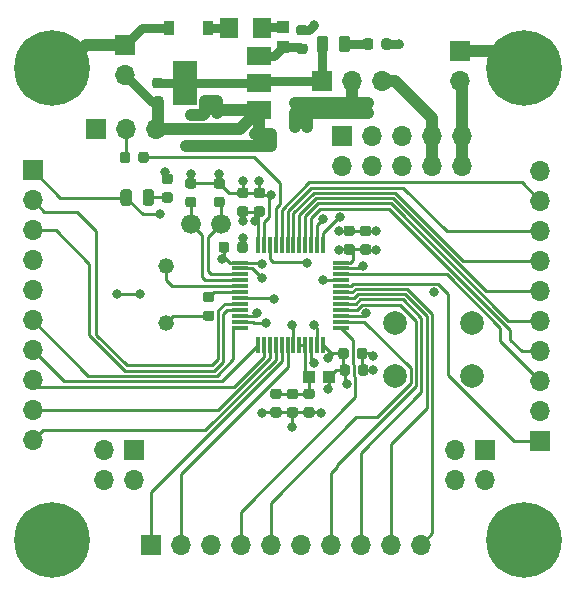
<source format=gbr>
%TF.GenerationSoftware,KiCad,Pcbnew,5.1.10-88a1d61d58~88~ubuntu20.04.1*%
%TF.CreationDate,2021-06-20T20:02:36+02:00*%
%TF.ProjectId,bluePillG,626c7565-5069-46c6-9c47-2e6b69636164,rev?*%
%TF.SameCoordinates,Original*%
%TF.FileFunction,Copper,L1,Top*%
%TF.FilePolarity,Positive*%
%FSLAX46Y46*%
G04 Gerber Fmt 4.6, Leading zero omitted, Abs format (unit mm)*
G04 Created by KiCad (PCBNEW 5.1.10-88a1d61d58~88~ubuntu20.04.1) date 2021-06-20 20:02:36*
%MOMM*%
%LPD*%
G01*
G04 APERTURE LIST*
%TA.AperFunction,SMDPad,CuDef*%
%ADD10R,0.900000X1.200000*%
%TD*%
%TA.AperFunction,ComponentPad*%
%ADD11C,0.800000*%
%TD*%
%TA.AperFunction,ComponentPad*%
%ADD12C,6.400000*%
%TD*%
%TA.AperFunction,ComponentPad*%
%ADD13C,1.320800*%
%TD*%
%TA.AperFunction,ComponentPad*%
%ADD14C,1.676400*%
%TD*%
%TA.AperFunction,SMDPad,CuDef*%
%ADD15R,2.000000X1.500000*%
%TD*%
%TA.AperFunction,SMDPad,CuDef*%
%ADD16R,2.000000X3.800000*%
%TD*%
%TA.AperFunction,ComponentPad*%
%ADD17C,2.000000*%
%TD*%
%TA.AperFunction,ComponentPad*%
%ADD18O,1.700000X1.700000*%
%TD*%
%TA.AperFunction,ComponentPad*%
%ADD19R,1.700000X1.700000*%
%TD*%
%TA.AperFunction,SMDPad,CuDef*%
%ADD20R,0.300000X1.475000*%
%TD*%
%TA.AperFunction,SMDPad,CuDef*%
%ADD21R,1.475000X0.300000*%
%TD*%
%TA.AperFunction,SMDPad,CuDef*%
%ADD22R,1.099820X0.998220*%
%TD*%
%TA.AperFunction,SMDPad,CuDef*%
%ADD23R,0.998220X1.099820*%
%TD*%
%TA.AperFunction,SMDPad,CuDef*%
%ADD24R,1.597660X1.798320*%
%TD*%
%TA.AperFunction,ViaPad*%
%ADD25C,0.800000*%
%TD*%
%TA.AperFunction,Conductor*%
%ADD26C,1.000000*%
%TD*%
%TA.AperFunction,Conductor*%
%ADD27C,0.250000*%
%TD*%
%TA.AperFunction,Conductor*%
%ADD28C,0.762000*%
%TD*%
G04 APERTURE END LIST*
D10*
%TO.P,D1,2*%
%TO.N,VCC*%
X43950000Y-43600000D03*
%TO.P,D1,1*%
%TO.N,Net-(D1-Pad1)*%
X47250000Y-43600000D03*
%TD*%
%TO.P,C7,2*%
%TO.N,GND*%
%TA.AperFunction,SMDPad,CuDef*%
G36*
G01*
X51856250Y-58050000D02*
X51343750Y-58050000D01*
G75*
G02*
X51125000Y-57831250I0J218750D01*
G01*
X51125000Y-57393750D01*
G75*
G02*
X51343750Y-57175000I218750J0D01*
G01*
X51856250Y-57175000D01*
G75*
G02*
X52075000Y-57393750I0J-218750D01*
G01*
X52075000Y-57831250D01*
G75*
G02*
X51856250Y-58050000I-218750J0D01*
G01*
G37*
%TD.AperFunction*%
%TO.P,C7,1*%
%TO.N,+3V3*%
%TA.AperFunction,SMDPad,CuDef*%
G36*
G01*
X51856250Y-59625000D02*
X51343750Y-59625000D01*
G75*
G02*
X51125000Y-59406250I0J218750D01*
G01*
X51125000Y-58968750D01*
G75*
G02*
X51343750Y-58750000I218750J0D01*
G01*
X51856250Y-58750000D01*
G75*
G02*
X52075000Y-58968750I0J-218750D01*
G01*
X52075000Y-59406250D01*
G75*
G02*
X51856250Y-59625000I-218750J0D01*
G01*
G37*
%TD.AperFunction*%
%TD*%
D11*
%TO.P,H4,1*%
%TO.N,GND*%
X75697056Y-85302944D03*
X74000000Y-84600000D03*
X72302944Y-85302944D03*
X71600000Y-87000000D03*
X72302944Y-88697056D03*
X74000000Y-89400000D03*
X75697056Y-88697056D03*
X76400000Y-87000000D03*
D12*
X74000000Y-87000000D03*
%TD*%
D11*
%TO.P,H3,1*%
%TO.N,VCC*%
X75697056Y-45302944D03*
X74000000Y-44600000D03*
X72302944Y-45302944D03*
X71600000Y-47000000D03*
X72302944Y-48697056D03*
X74000000Y-49400000D03*
X75697056Y-48697056D03*
X76400000Y-47000000D03*
D12*
X74000000Y-47000000D03*
%TD*%
D13*
%TO.P,Y2,2*%
%TO.N,Net-(C19-Pad1)*%
X43700000Y-68626000D03*
%TO.P,Y2,1*%
%TO.N,OSC_IN*%
X43700000Y-63800000D03*
%TD*%
D14*
%TO.P,Y1,2*%
%TO.N,OSC32_OUT*%
X45800000Y-60200000D03*
%TO.P,Y1,1*%
%TO.N,OSC32_IN*%
X48340000Y-60200000D03*
%TD*%
D15*
%TO.P,U1,1*%
%TO.N,GND*%
X51600000Y-50600000D03*
%TO.P,U1,3*%
%TO.N,Net-(C13-Pad1)*%
X51600000Y-46000000D03*
%TO.P,U1,2*%
%TO.N,+3.3VP*%
X51600000Y-48300000D03*
D16*
X45300000Y-48300000D03*
%TD*%
D17*
%TO.P,SW1,1*%
%TO.N,NRST*%
X69600000Y-68600000D03*
%TO.P,SW1,2*%
%TO.N,GND*%
X69600000Y-73100000D03*
%TO.P,SW1,1*%
%TO.N,NRST*%
X63100000Y-68600000D03*
%TO.P,SW1,2*%
%TO.N,GND*%
X63100000Y-73100000D03*
%TD*%
%TO.P,R5,2*%
%TO.N,Net-(D3-Pad2)*%
%TA.AperFunction,SMDPad,CuDef*%
G36*
G01*
X43543750Y-57550000D02*
X44056250Y-57550000D01*
G75*
G02*
X44275000Y-57768750I0J-218750D01*
G01*
X44275000Y-58206250D01*
G75*
G02*
X44056250Y-58425000I-218750J0D01*
G01*
X43543750Y-58425000D01*
G75*
G02*
X43325000Y-58206250I0J218750D01*
G01*
X43325000Y-57768750D01*
G75*
G02*
X43543750Y-57550000I218750J0D01*
G01*
G37*
%TD.AperFunction*%
%TO.P,R5,1*%
%TO.N,+3V3*%
%TA.AperFunction,SMDPad,CuDef*%
G36*
G01*
X43543750Y-55975000D02*
X44056250Y-55975000D01*
G75*
G02*
X44275000Y-56193750I0J-218750D01*
G01*
X44275000Y-56631250D01*
G75*
G02*
X44056250Y-56850000I-218750J0D01*
G01*
X43543750Y-56850000D01*
G75*
G02*
X43325000Y-56631250I0J218750D01*
G01*
X43325000Y-56193750D01*
G75*
G02*
X43543750Y-55975000I218750J0D01*
G01*
G37*
%TD.AperFunction*%
%TD*%
%TO.P,R4,2*%
%TO.N,Net-(J2-Pad2)*%
%TA.AperFunction,SMDPad,CuDef*%
G36*
G01*
X40650000Y-54343750D02*
X40650000Y-54856250D01*
G75*
G02*
X40431250Y-55075000I-218750J0D01*
G01*
X39993750Y-55075000D01*
G75*
G02*
X39775000Y-54856250I0J218750D01*
G01*
X39775000Y-54343750D01*
G75*
G02*
X39993750Y-54125000I218750J0D01*
G01*
X40431250Y-54125000D01*
G75*
G02*
X40650000Y-54343750I0J-218750D01*
G01*
G37*
%TD.AperFunction*%
%TO.P,R4,1*%
%TO.N,BOOT0*%
%TA.AperFunction,SMDPad,CuDef*%
G36*
G01*
X42225000Y-54343750D02*
X42225000Y-54856250D01*
G75*
G02*
X42006250Y-55075000I-218750J0D01*
G01*
X41568750Y-55075000D01*
G75*
G02*
X41350000Y-54856250I0J218750D01*
G01*
X41350000Y-54343750D01*
G75*
G02*
X41568750Y-54125000I218750J0D01*
G01*
X42006250Y-54125000D01*
G75*
G02*
X42225000Y-54343750I0J-218750D01*
G01*
G37*
%TD.AperFunction*%
%TD*%
%TO.P,R3,2*%
%TO.N,Net-(C19-Pad1)*%
%TA.AperFunction,SMDPad,CuDef*%
G36*
G01*
X47043750Y-67562500D02*
X47556250Y-67562500D01*
G75*
G02*
X47775000Y-67781250I0J-218750D01*
G01*
X47775000Y-68218750D01*
G75*
G02*
X47556250Y-68437500I-218750J0D01*
G01*
X47043750Y-68437500D01*
G75*
G02*
X46825000Y-68218750I0J218750D01*
G01*
X46825000Y-67781250D01*
G75*
G02*
X47043750Y-67562500I218750J0D01*
G01*
G37*
%TD.AperFunction*%
%TO.P,R3,1*%
%TO.N,OSC_OUT*%
%TA.AperFunction,SMDPad,CuDef*%
G36*
G01*
X47043750Y-65987500D02*
X47556250Y-65987500D01*
G75*
G02*
X47775000Y-66206250I0J-218750D01*
G01*
X47775000Y-66643750D01*
G75*
G02*
X47556250Y-66862500I-218750J0D01*
G01*
X47043750Y-66862500D01*
G75*
G02*
X46825000Y-66643750I0J218750D01*
G01*
X46825000Y-66206250D01*
G75*
G02*
X47043750Y-65987500I218750J0D01*
G01*
G37*
%TD.AperFunction*%
%TD*%
%TO.P,R1,2*%
%TO.N,GND*%
%TA.AperFunction,SMDPad,CuDef*%
G36*
G01*
X61937500Y-45256250D02*
X61937500Y-44743750D01*
G75*
G02*
X62156250Y-44525000I218750J0D01*
G01*
X62593750Y-44525000D01*
G75*
G02*
X62812500Y-44743750I0J-218750D01*
G01*
X62812500Y-45256250D01*
G75*
G02*
X62593750Y-45475000I-218750J0D01*
G01*
X62156250Y-45475000D01*
G75*
G02*
X61937500Y-45256250I0J218750D01*
G01*
G37*
%TD.AperFunction*%
%TO.P,R1,1*%
%TO.N,Net-(D2-Pad1)*%
%TA.AperFunction,SMDPad,CuDef*%
G36*
G01*
X60362500Y-45256250D02*
X60362500Y-44743750D01*
G75*
G02*
X60581250Y-44525000I218750J0D01*
G01*
X61018750Y-44525000D01*
G75*
G02*
X61237500Y-44743750I0J-218750D01*
G01*
X61237500Y-45256250D01*
G75*
G02*
X61018750Y-45475000I-218750J0D01*
G01*
X60581250Y-45475000D01*
G75*
G02*
X60362500Y-45256250I0J218750D01*
G01*
G37*
%TD.AperFunction*%
%TD*%
D18*
%TO.P,J10,4*%
%TO.N,+3V3*%
X38460000Y-81940000D03*
%TO.P,J10,3*%
X41000000Y-81940000D03*
%TO.P,J10,2*%
X38460000Y-79400000D03*
D19*
%TO.P,J10,1*%
X41000000Y-79400000D03*
%TD*%
D18*
%TO.P,J9,4*%
%TO.N,GND*%
X68200000Y-81940000D03*
%TO.P,J9,3*%
X70740000Y-81940000D03*
%TO.P,J9,2*%
X68200000Y-79400000D03*
D19*
%TO.P,J9,1*%
X70740000Y-79400000D03*
%TD*%
D18*
%TO.P,J8,10*%
%TO.N,PB9*%
X75400000Y-55740000D03*
%TO.P,J8,9*%
%TO.N,PB7*%
X75400000Y-58280000D03*
%TO.P,J8,8*%
%TO.N,PB6*%
X75400000Y-60820000D03*
%TO.P,J8,7*%
%TO.N,PB5*%
X75400000Y-63360000D03*
%TO.P,J8,6*%
%TO.N,PB4*%
X75400000Y-65900000D03*
%TO.P,J8,5*%
%TO.N,PB3*%
X75400000Y-68440000D03*
%TO.P,J8,4*%
%TO.N,PA15*%
X75400000Y-70980000D03*
%TO.P,J8,3*%
%TO.N,PA12*%
X75400000Y-73520000D03*
%TO.P,J8,2*%
%TO.N,PA11*%
X75400000Y-76060000D03*
D19*
%TO.P,J8,1*%
%TO.N,PA10*%
X75400000Y-78600000D03*
%TD*%
D18*
%TO.P,J7,10*%
%TO.N,PA9*%
X65260000Y-87400000D03*
%TO.P,J7,9*%
%TO.N,PA8*%
X62720000Y-87400000D03*
%TO.P,J7,8*%
%TO.N,PB15*%
X60180000Y-87400000D03*
%TO.P,J7,7*%
%TO.N,PB14*%
X57640000Y-87400000D03*
%TO.P,J7,6*%
%TO.N,PB13*%
X55100000Y-87400000D03*
%TO.P,J7,5*%
%TO.N,PB12*%
X52560000Y-87400000D03*
%TO.P,J7,4*%
%TO.N,PB11*%
X50020000Y-87400000D03*
%TO.P,J7,3*%
%TO.N,PB10*%
X47480000Y-87400000D03*
%TO.P,J7,2*%
%TO.N,PB2*%
X44940000Y-87400000D03*
D19*
%TO.P,J7,1*%
%TO.N,PB1*%
X42400000Y-87400000D03*
%TD*%
D18*
%TO.P,J6,10*%
%TO.N,PB0*%
X32400000Y-78540000D03*
%TO.P,J6,9*%
%TO.N,PA7*%
X32400000Y-76000000D03*
%TO.P,J6,8*%
%TO.N,PA6*%
X32400000Y-73460000D03*
%TO.P,J6,7*%
%TO.N,PA5*%
X32400000Y-70920000D03*
%TO.P,J6,6*%
%TO.N,PA4*%
X32400000Y-68380000D03*
%TO.P,J6,5*%
%TO.N,PA3*%
X32400000Y-65840000D03*
%TO.P,J6,4*%
%TO.N,PA2*%
X32400000Y-63300000D03*
%TO.P,J6,3*%
%TO.N,PA1*%
X32400000Y-60760000D03*
%TO.P,J6,2*%
%TO.N,PA0*%
X32400000Y-58220000D03*
D19*
%TO.P,J6,1*%
%TO.N,PC13*%
X32400000Y-55680000D03*
%TD*%
D18*
%TO.P,J5,2*%
%TO.N,+5V*%
X68600000Y-48140000D03*
D19*
%TO.P,J5,1*%
%TO.N,VCC*%
X68600000Y-45600000D03*
%TD*%
D18*
%TO.P,J4,2*%
%TO.N,GND*%
X40200000Y-47600000D03*
D19*
%TO.P,J4,1*%
%TO.N,VCC*%
X40200000Y-45060000D03*
%TD*%
D18*
%TO.P,J3,3*%
%TO.N,+3V3S*%
X61980000Y-48100000D03*
%TO.P,J3,2*%
%TO.N,+3V3*%
X59440000Y-48100000D03*
D19*
%TO.P,J3,1*%
%TO.N,+3.3VP*%
X56900000Y-48100000D03*
%TD*%
D18*
%TO.P,J2,3*%
%TO.N,GND*%
X42880000Y-52200000D03*
%TO.P,J2,2*%
%TO.N,Net-(J2-Pad2)*%
X40340000Y-52200000D03*
D19*
%TO.P,J2,1*%
%TO.N,+3V3*%
X37800000Y-52200000D03*
%TD*%
D18*
%TO.P,J1,10*%
%TO.N,+5V*%
X68760000Y-55340000D03*
%TO.P,J1,9*%
X68760000Y-52800000D03*
%TO.P,J1,8*%
%TO.N,+3V3S*%
X66220000Y-55340000D03*
%TO.P,J1,7*%
X66220000Y-52800000D03*
%TO.P,J1,6*%
%TO.N,GND*%
X63680000Y-55340000D03*
%TO.P,J1,5*%
X63680000Y-52800000D03*
%TO.P,J1,4*%
%TO.N,SWDIO*%
X61140000Y-55340000D03*
%TO.P,J1,3*%
%TO.N,SWIW*%
X61140000Y-52800000D03*
%TO.P,J1,2*%
%TO.N,SWCLK*%
X58600000Y-55340000D03*
D19*
%TO.P,J1,1*%
%TO.N,NRST*%
X58600000Y-52800000D03*
%TD*%
D20*
%TO.P,IC1,48*%
%TO.N,+3V3*%
X51488000Y-62012000D03*
%TO.P,IC1,47*%
%TO.N,GND*%
X51988000Y-62012000D03*
%TO.P,IC1,46*%
%TO.N,PB9*%
X52488000Y-62012000D03*
%TO.P,IC1,45*%
%TO.N,BOOT0*%
X52988000Y-62012000D03*
%TO.P,IC1,44*%
%TO.N,PB7*%
X53488000Y-62012000D03*
%TO.P,IC1,43*%
%TO.N,PB6*%
X53988000Y-62012000D03*
%TO.P,IC1,42*%
%TO.N,PB5*%
X54488000Y-62012000D03*
%TO.P,IC1,41*%
%TO.N,PB4*%
X54988000Y-62012000D03*
%TO.P,IC1,40*%
%TO.N,PB3*%
X55488000Y-62012000D03*
%TO.P,IC1,39*%
%TO.N,PA15*%
X55988000Y-62012000D03*
%TO.P,IC1,38*%
%TO.N,SWCLK*%
X56488000Y-62012000D03*
%TO.P,IC1,37*%
%TO.N,SWDIO*%
X56988000Y-62012000D03*
D21*
%TO.P,IC1,36*%
%TO.N,+3V3*%
X58476000Y-63500000D03*
%TO.P,IC1,35*%
%TO.N,GND*%
X58476000Y-64000000D03*
%TO.P,IC1,34*%
%TO.N,PA12*%
X58476000Y-64500000D03*
%TO.P,IC1,33*%
%TO.N,PA11*%
X58476000Y-65000000D03*
%TO.P,IC1,32*%
%TO.N,PA10*%
X58476000Y-65500000D03*
%TO.P,IC1,31*%
%TO.N,PA9*%
X58476000Y-66000000D03*
%TO.P,IC1,30*%
%TO.N,PA8*%
X58476000Y-66500000D03*
%TO.P,IC1,29*%
%TO.N,PB15*%
X58476000Y-67000000D03*
%TO.P,IC1,28*%
%TO.N,PB14*%
X58476000Y-67500000D03*
%TO.P,IC1,27*%
%TO.N,PB13*%
X58476000Y-68000000D03*
%TO.P,IC1,26*%
%TO.N,PB12*%
X58476000Y-68500000D03*
%TO.P,IC1,25*%
%TO.N,PB11*%
X58476000Y-69000000D03*
D20*
%TO.P,IC1,24*%
%TO.N,+3V3*%
X56988000Y-70488000D03*
%TO.P,IC1,23*%
%TO.N,GND*%
X56488000Y-70488000D03*
%TO.P,IC1,22*%
%TO.N,PB10*%
X55988000Y-70488000D03*
%TO.P,IC1,21*%
%TO.N,+3.3VA*%
X55488000Y-70488000D03*
%TO.P,IC1,20*%
X54988000Y-70488000D03*
%TO.P,IC1,19*%
%TO.N,GND*%
X54488000Y-70488000D03*
%TO.P,IC1,18*%
%TO.N,PB2*%
X53988000Y-70488000D03*
%TO.P,IC1,17*%
%TO.N,PB1*%
X53488000Y-70488000D03*
%TO.P,IC1,16*%
%TO.N,PB0*%
X52988000Y-70488000D03*
%TO.P,IC1,15*%
%TO.N,PA7*%
X52488000Y-70488000D03*
%TO.P,IC1,14*%
%TO.N,PA6*%
X51988000Y-70488000D03*
%TO.P,IC1,13*%
%TO.N,PA5*%
X51488000Y-70488000D03*
D21*
%TO.P,IC1,12*%
%TO.N,PA4*%
X50000000Y-69000000D03*
%TO.P,IC1,11*%
%TO.N,PA3*%
X50000000Y-68500000D03*
%TO.P,IC1,10*%
%TO.N,PA2*%
X50000000Y-68000000D03*
%TO.P,IC1,9*%
%TO.N,PA1*%
X50000000Y-67500000D03*
%TO.P,IC1,8*%
%TO.N,PA0*%
X50000000Y-67000000D03*
%TO.P,IC1,7*%
%TO.N,NRST*%
X50000000Y-66500000D03*
%TO.P,IC1,6*%
%TO.N,OSC_OUT*%
X50000000Y-66000000D03*
%TO.P,IC1,5*%
%TO.N,OSC_IN*%
X50000000Y-65500000D03*
%TO.P,IC1,4*%
%TO.N,OSC32_OUT*%
X50000000Y-65000000D03*
%TO.P,IC1,3*%
%TO.N,OSC32_IN*%
X50000000Y-64500000D03*
%TO.P,IC1,2*%
%TO.N,PC13*%
X50000000Y-64000000D03*
%TO.P,IC1,1*%
%TO.N,+3V3*%
X50000000Y-63500000D03*
%TD*%
D11*
%TO.P,H2,1*%
%TO.N,GND*%
X35697056Y-85302944D03*
X34000000Y-84600000D03*
X32302944Y-85302944D03*
X31600000Y-87000000D03*
X32302944Y-88697056D03*
X34000000Y-89400000D03*
X35697056Y-88697056D03*
X36400000Y-87000000D03*
D12*
X34000000Y-87000000D03*
%TD*%
D11*
%TO.P,H1,1*%
%TO.N,VCC*%
X35697056Y-45302944D03*
X34000000Y-44600000D03*
X32302944Y-45302944D03*
X31600000Y-47000000D03*
X32302944Y-48697056D03*
X34000000Y-49400000D03*
X35697056Y-48697056D03*
X36400000Y-47000000D03*
D12*
X34000000Y-47000000D03*
%TD*%
D22*
%TO.P,FB2,2*%
%TO.N,+3V3*%
X57496720Y-73200000D03*
%TO.P,FB2,1*%
%TO.N,+3.3VA*%
X55800000Y-73200000D03*
%TD*%
D23*
%TO.P,FB1,2*%
%TO.N,Net-(F1-Pad1)*%
X53600000Y-43551640D03*
%TO.P,FB1,1*%
%TO.N,Net-(C13-Pad1)*%
X53600000Y-45248360D03*
%TD*%
D24*
%TO.P,F1,2*%
%TO.N,Net-(D1-Pad1)*%
X49000000Y-43600000D03*
%TO.P,F1,1*%
%TO.N,Net-(F1-Pad1)*%
X51799080Y-43600000D03*
%TD*%
%TO.P,D3,2*%
%TO.N,Net-(D3-Pad2)*%
%TA.AperFunction,SMDPad,CuDef*%
G36*
G01*
X41712500Y-58456250D02*
X41712500Y-57543750D01*
G75*
G02*
X41956250Y-57300000I243750J0D01*
G01*
X42443750Y-57300000D01*
G75*
G02*
X42687500Y-57543750I0J-243750D01*
G01*
X42687500Y-58456250D01*
G75*
G02*
X42443750Y-58700000I-243750J0D01*
G01*
X41956250Y-58700000D01*
G75*
G02*
X41712500Y-58456250I0J243750D01*
G01*
G37*
%TD.AperFunction*%
%TO.P,D3,1*%
%TO.N,PC13*%
%TA.AperFunction,SMDPad,CuDef*%
G36*
G01*
X39837500Y-58456250D02*
X39837500Y-57543750D01*
G75*
G02*
X40081250Y-57300000I243750J0D01*
G01*
X40568750Y-57300000D01*
G75*
G02*
X40812500Y-57543750I0J-243750D01*
G01*
X40812500Y-58456250D01*
G75*
G02*
X40568750Y-58700000I-243750J0D01*
G01*
X40081250Y-58700000D01*
G75*
G02*
X39837500Y-58456250I0J243750D01*
G01*
G37*
%TD.AperFunction*%
%TD*%
%TO.P,D2,2*%
%TO.N,+3.3VP*%
%TA.AperFunction,SMDPad,CuDef*%
G36*
G01*
X57412500Y-44543750D02*
X57412500Y-45456250D01*
G75*
G02*
X57168750Y-45700000I-243750J0D01*
G01*
X56681250Y-45700000D01*
G75*
G02*
X56437500Y-45456250I0J243750D01*
G01*
X56437500Y-44543750D01*
G75*
G02*
X56681250Y-44300000I243750J0D01*
G01*
X57168750Y-44300000D01*
G75*
G02*
X57412500Y-44543750I0J-243750D01*
G01*
G37*
%TD.AperFunction*%
%TO.P,D2,1*%
%TO.N,Net-(D2-Pad1)*%
%TA.AperFunction,SMDPad,CuDef*%
G36*
G01*
X59287500Y-44543750D02*
X59287500Y-45456250D01*
G75*
G02*
X59043750Y-45700000I-243750J0D01*
G01*
X58556250Y-45700000D01*
G75*
G02*
X58312500Y-45456250I0J243750D01*
G01*
X58312500Y-44543750D01*
G75*
G02*
X58556250Y-44300000I243750J0D01*
G01*
X59043750Y-44300000D01*
G75*
G02*
X59287500Y-44543750I0J-243750D01*
G01*
G37*
%TD.AperFunction*%
%TD*%
%TO.P,C17,2*%
%TO.N,GND*%
%TA.AperFunction,SMDPad,CuDef*%
G36*
G01*
X46056250Y-57237500D02*
X45543750Y-57237500D01*
G75*
G02*
X45325000Y-57018750I0J218750D01*
G01*
X45325000Y-56581250D01*
G75*
G02*
X45543750Y-56362500I218750J0D01*
G01*
X46056250Y-56362500D01*
G75*
G02*
X46275000Y-56581250I0J-218750D01*
G01*
X46275000Y-57018750D01*
G75*
G02*
X46056250Y-57237500I-218750J0D01*
G01*
G37*
%TD.AperFunction*%
%TO.P,C17,1*%
%TO.N,OSC32_OUT*%
%TA.AperFunction,SMDPad,CuDef*%
G36*
G01*
X46056250Y-58812500D02*
X45543750Y-58812500D01*
G75*
G02*
X45325000Y-58593750I0J218750D01*
G01*
X45325000Y-58156250D01*
G75*
G02*
X45543750Y-57937500I218750J0D01*
G01*
X46056250Y-57937500D01*
G75*
G02*
X46275000Y-58156250I0J-218750D01*
G01*
X46275000Y-58593750D01*
G75*
G02*
X46056250Y-58812500I-218750J0D01*
G01*
G37*
%TD.AperFunction*%
%TD*%
%TO.P,C16,2*%
%TO.N,GND*%
%TA.AperFunction,SMDPad,CuDef*%
G36*
G01*
X48456250Y-57237500D02*
X47943750Y-57237500D01*
G75*
G02*
X47725000Y-57018750I0J218750D01*
G01*
X47725000Y-56581250D01*
G75*
G02*
X47943750Y-56362500I218750J0D01*
G01*
X48456250Y-56362500D01*
G75*
G02*
X48675000Y-56581250I0J-218750D01*
G01*
X48675000Y-57018750D01*
G75*
G02*
X48456250Y-57237500I-218750J0D01*
G01*
G37*
%TD.AperFunction*%
%TO.P,C16,1*%
%TO.N,OSC32_IN*%
%TA.AperFunction,SMDPad,CuDef*%
G36*
G01*
X48456250Y-58812500D02*
X47943750Y-58812500D01*
G75*
G02*
X47725000Y-58593750I0J218750D01*
G01*
X47725000Y-58156250D01*
G75*
G02*
X47943750Y-57937500I218750J0D01*
G01*
X48456250Y-57937500D01*
G75*
G02*
X48675000Y-58156250I0J-218750D01*
G01*
X48675000Y-58593750D01*
G75*
G02*
X48456250Y-58812500I-218750J0D01*
G01*
G37*
%TD.AperFunction*%
%TD*%
%TO.P,C14,2*%
%TO.N,GND*%
%TA.AperFunction,SMDPad,CuDef*%
G36*
G01*
X42743750Y-49437500D02*
X43256250Y-49437500D01*
G75*
G02*
X43475000Y-49656250I0J-218750D01*
G01*
X43475000Y-50093750D01*
G75*
G02*
X43256250Y-50312500I-218750J0D01*
G01*
X42743750Y-50312500D01*
G75*
G02*
X42525000Y-50093750I0J218750D01*
G01*
X42525000Y-49656250D01*
G75*
G02*
X42743750Y-49437500I218750J0D01*
G01*
G37*
%TD.AperFunction*%
%TO.P,C14,1*%
%TO.N,+3.3VP*%
%TA.AperFunction,SMDPad,CuDef*%
G36*
G01*
X42743750Y-47862500D02*
X43256250Y-47862500D01*
G75*
G02*
X43475000Y-48081250I0J-218750D01*
G01*
X43475000Y-48518750D01*
G75*
G02*
X43256250Y-48737500I-218750J0D01*
G01*
X42743750Y-48737500D01*
G75*
G02*
X42525000Y-48518750I0J218750D01*
G01*
X42525000Y-48081250D01*
G75*
G02*
X42743750Y-47862500I218750J0D01*
G01*
G37*
%TD.AperFunction*%
%TD*%
%TO.P,C13,2*%
%TO.N,GND*%
%TA.AperFunction,SMDPad,CuDef*%
G36*
G01*
X55456250Y-44262500D02*
X54943750Y-44262500D01*
G75*
G02*
X54725000Y-44043750I0J218750D01*
G01*
X54725000Y-43606250D01*
G75*
G02*
X54943750Y-43387500I218750J0D01*
G01*
X55456250Y-43387500D01*
G75*
G02*
X55675000Y-43606250I0J-218750D01*
G01*
X55675000Y-44043750D01*
G75*
G02*
X55456250Y-44262500I-218750J0D01*
G01*
G37*
%TD.AperFunction*%
%TO.P,C13,1*%
%TO.N,Net-(C13-Pad1)*%
%TA.AperFunction,SMDPad,CuDef*%
G36*
G01*
X55456250Y-45837500D02*
X54943750Y-45837500D01*
G75*
G02*
X54725000Y-45618750I0J218750D01*
G01*
X54725000Y-45181250D01*
G75*
G02*
X54943750Y-44962500I218750J0D01*
G01*
X55456250Y-44962500D01*
G75*
G02*
X55675000Y-45181250I0J-218750D01*
G01*
X55675000Y-45618750D01*
G75*
G02*
X55456250Y-45837500I-218750J0D01*
G01*
G37*
%TD.AperFunction*%
%TD*%
%TO.P,C12,2*%
%TO.N,GND*%
%TA.AperFunction,SMDPad,CuDef*%
G36*
G01*
X59456250Y-61250000D02*
X58943750Y-61250000D01*
G75*
G02*
X58725000Y-61031250I0J218750D01*
G01*
X58725000Y-60593750D01*
G75*
G02*
X58943750Y-60375000I218750J0D01*
G01*
X59456250Y-60375000D01*
G75*
G02*
X59675000Y-60593750I0J-218750D01*
G01*
X59675000Y-61031250D01*
G75*
G02*
X59456250Y-61250000I-218750J0D01*
G01*
G37*
%TD.AperFunction*%
%TO.P,C12,1*%
%TO.N,+3V3*%
%TA.AperFunction,SMDPad,CuDef*%
G36*
G01*
X59456250Y-62825000D02*
X58943750Y-62825000D01*
G75*
G02*
X58725000Y-62606250I0J218750D01*
G01*
X58725000Y-62168750D01*
G75*
G02*
X58943750Y-61950000I218750J0D01*
G01*
X59456250Y-61950000D01*
G75*
G02*
X59675000Y-62168750I0J-218750D01*
G01*
X59675000Y-62606250D01*
G75*
G02*
X59456250Y-62825000I-218750J0D01*
G01*
G37*
%TD.AperFunction*%
%TD*%
%TO.P,C11,2*%
%TO.N,GND*%
%TA.AperFunction,SMDPad,CuDef*%
G36*
G01*
X60856250Y-61262500D02*
X60343750Y-61262500D01*
G75*
G02*
X60125000Y-61043750I0J218750D01*
G01*
X60125000Y-60606250D01*
G75*
G02*
X60343750Y-60387500I218750J0D01*
G01*
X60856250Y-60387500D01*
G75*
G02*
X61075000Y-60606250I0J-218750D01*
G01*
X61075000Y-61043750D01*
G75*
G02*
X60856250Y-61262500I-218750J0D01*
G01*
G37*
%TD.AperFunction*%
%TO.P,C11,1*%
%TO.N,+3V3*%
%TA.AperFunction,SMDPad,CuDef*%
G36*
G01*
X60856250Y-62837500D02*
X60343750Y-62837500D01*
G75*
G02*
X60125000Y-62618750I0J218750D01*
G01*
X60125000Y-62181250D01*
G75*
G02*
X60343750Y-61962500I218750J0D01*
G01*
X60856250Y-61962500D01*
G75*
G02*
X61075000Y-62181250I0J-218750D01*
G01*
X61075000Y-62618750D01*
G75*
G02*
X60856250Y-62837500I-218750J0D01*
G01*
G37*
%TD.AperFunction*%
%TD*%
%TO.P,C10,2*%
%TO.N,GND*%
%TA.AperFunction,SMDPad,CuDef*%
G36*
G01*
X59850000Y-71456250D02*
X59850000Y-70943750D01*
G75*
G02*
X60068750Y-70725000I218750J0D01*
G01*
X60506250Y-70725000D01*
G75*
G02*
X60725000Y-70943750I0J-218750D01*
G01*
X60725000Y-71456250D01*
G75*
G02*
X60506250Y-71675000I-218750J0D01*
G01*
X60068750Y-71675000D01*
G75*
G02*
X59850000Y-71456250I0J218750D01*
G01*
G37*
%TD.AperFunction*%
%TO.P,C10,1*%
%TO.N,+3V3*%
%TA.AperFunction,SMDPad,CuDef*%
G36*
G01*
X58275000Y-71456250D02*
X58275000Y-70943750D01*
G75*
G02*
X58493750Y-70725000I218750J0D01*
G01*
X58931250Y-70725000D01*
G75*
G02*
X59150000Y-70943750I0J-218750D01*
G01*
X59150000Y-71456250D01*
G75*
G02*
X58931250Y-71675000I-218750J0D01*
G01*
X58493750Y-71675000D01*
G75*
G02*
X58275000Y-71456250I0J218750D01*
G01*
G37*
%TD.AperFunction*%
%TD*%
%TO.P,C9,2*%
%TO.N,GND*%
%TA.AperFunction,SMDPad,CuDef*%
G36*
G01*
X59962500Y-72856250D02*
X59962500Y-72343750D01*
G75*
G02*
X60181250Y-72125000I218750J0D01*
G01*
X60618750Y-72125000D01*
G75*
G02*
X60837500Y-72343750I0J-218750D01*
G01*
X60837500Y-72856250D01*
G75*
G02*
X60618750Y-73075000I-218750J0D01*
G01*
X60181250Y-73075000D01*
G75*
G02*
X59962500Y-72856250I0J218750D01*
G01*
G37*
%TD.AperFunction*%
%TO.P,C9,1*%
%TO.N,+3V3*%
%TA.AperFunction,SMDPad,CuDef*%
G36*
G01*
X58387500Y-72856250D02*
X58387500Y-72343750D01*
G75*
G02*
X58606250Y-72125000I218750J0D01*
G01*
X59043750Y-72125000D01*
G75*
G02*
X59262500Y-72343750I0J-218750D01*
G01*
X59262500Y-72856250D01*
G75*
G02*
X59043750Y-73075000I-218750J0D01*
G01*
X58606250Y-73075000D01*
G75*
G02*
X58387500Y-72856250I0J218750D01*
G01*
G37*
%TD.AperFunction*%
%TD*%
%TO.P,C8,2*%
%TO.N,GND*%
%TA.AperFunction,SMDPad,CuDef*%
G36*
G01*
X50456250Y-58037500D02*
X49943750Y-58037500D01*
G75*
G02*
X49725000Y-57818750I0J218750D01*
G01*
X49725000Y-57381250D01*
G75*
G02*
X49943750Y-57162500I218750J0D01*
G01*
X50456250Y-57162500D01*
G75*
G02*
X50675000Y-57381250I0J-218750D01*
G01*
X50675000Y-57818750D01*
G75*
G02*
X50456250Y-58037500I-218750J0D01*
G01*
G37*
%TD.AperFunction*%
%TO.P,C8,1*%
%TO.N,+3V3*%
%TA.AperFunction,SMDPad,CuDef*%
G36*
G01*
X50456250Y-59612500D02*
X49943750Y-59612500D01*
G75*
G02*
X49725000Y-59393750I0J218750D01*
G01*
X49725000Y-58956250D01*
G75*
G02*
X49943750Y-58737500I218750J0D01*
G01*
X50456250Y-58737500D01*
G75*
G02*
X50675000Y-58956250I0J-218750D01*
G01*
X50675000Y-59393750D01*
G75*
G02*
X50456250Y-59612500I-218750J0D01*
G01*
G37*
%TD.AperFunction*%
%TD*%
%TO.P,C6,2*%
%TO.N,GND*%
%TA.AperFunction,SMDPad,CuDef*%
G36*
G01*
X49737500Y-62456250D02*
X49737500Y-61943750D01*
G75*
G02*
X49956250Y-61725000I218750J0D01*
G01*
X50393750Y-61725000D01*
G75*
G02*
X50612500Y-61943750I0J-218750D01*
G01*
X50612500Y-62456250D01*
G75*
G02*
X50393750Y-62675000I-218750J0D01*
G01*
X49956250Y-62675000D01*
G75*
G02*
X49737500Y-62456250I0J218750D01*
G01*
G37*
%TD.AperFunction*%
%TO.P,C6,1*%
%TO.N,+3V3*%
%TA.AperFunction,SMDPad,CuDef*%
G36*
G01*
X48162500Y-62456250D02*
X48162500Y-61943750D01*
G75*
G02*
X48381250Y-61725000I218750J0D01*
G01*
X48818750Y-61725000D01*
G75*
G02*
X49037500Y-61943750I0J-218750D01*
G01*
X49037500Y-62456250D01*
G75*
G02*
X48818750Y-62675000I-218750J0D01*
G01*
X48381250Y-62675000D01*
G75*
G02*
X48162500Y-62456250I0J218750D01*
G01*
G37*
%TD.AperFunction*%
%TD*%
%TO.P,C4,2*%
%TO.N,GND*%
%TA.AperFunction,SMDPad,CuDef*%
G36*
G01*
X55543750Y-75750000D02*
X56056250Y-75750000D01*
G75*
G02*
X56275000Y-75968750I0J-218750D01*
G01*
X56275000Y-76406250D01*
G75*
G02*
X56056250Y-76625000I-218750J0D01*
G01*
X55543750Y-76625000D01*
G75*
G02*
X55325000Y-76406250I0J218750D01*
G01*
X55325000Y-75968750D01*
G75*
G02*
X55543750Y-75750000I218750J0D01*
G01*
G37*
%TD.AperFunction*%
%TO.P,C4,1*%
%TO.N,+3.3VA*%
%TA.AperFunction,SMDPad,CuDef*%
G36*
G01*
X55543750Y-74175000D02*
X56056250Y-74175000D01*
G75*
G02*
X56275000Y-74393750I0J-218750D01*
G01*
X56275000Y-74831250D01*
G75*
G02*
X56056250Y-75050000I-218750J0D01*
G01*
X55543750Y-75050000D01*
G75*
G02*
X55325000Y-74831250I0J218750D01*
G01*
X55325000Y-74393750D01*
G75*
G02*
X55543750Y-74175000I218750J0D01*
G01*
G37*
%TD.AperFunction*%
%TD*%
%TO.P,C3,2*%
%TO.N,GND*%
%TA.AperFunction,SMDPad,CuDef*%
G36*
G01*
X54143750Y-75750000D02*
X54656250Y-75750000D01*
G75*
G02*
X54875000Y-75968750I0J-218750D01*
G01*
X54875000Y-76406250D01*
G75*
G02*
X54656250Y-76625000I-218750J0D01*
G01*
X54143750Y-76625000D01*
G75*
G02*
X53925000Y-76406250I0J218750D01*
G01*
X53925000Y-75968750D01*
G75*
G02*
X54143750Y-75750000I218750J0D01*
G01*
G37*
%TD.AperFunction*%
%TO.P,C3,1*%
%TO.N,+3.3VA*%
%TA.AperFunction,SMDPad,CuDef*%
G36*
G01*
X54143750Y-74175000D02*
X54656250Y-74175000D01*
G75*
G02*
X54875000Y-74393750I0J-218750D01*
G01*
X54875000Y-74831250D01*
G75*
G02*
X54656250Y-75050000I-218750J0D01*
G01*
X54143750Y-75050000D01*
G75*
G02*
X53925000Y-74831250I0J218750D01*
G01*
X53925000Y-74393750D01*
G75*
G02*
X54143750Y-74175000I218750J0D01*
G01*
G37*
%TD.AperFunction*%
%TD*%
%TO.P,C1,2*%
%TO.N,GND*%
%TA.AperFunction,SMDPad,CuDef*%
G36*
G01*
X52743750Y-75750000D02*
X53256250Y-75750000D01*
G75*
G02*
X53475000Y-75968750I0J-218750D01*
G01*
X53475000Y-76406250D01*
G75*
G02*
X53256250Y-76625000I-218750J0D01*
G01*
X52743750Y-76625000D01*
G75*
G02*
X52525000Y-76406250I0J218750D01*
G01*
X52525000Y-75968750D01*
G75*
G02*
X52743750Y-75750000I218750J0D01*
G01*
G37*
%TD.AperFunction*%
%TO.P,C1,1*%
%TO.N,+3.3VA*%
%TA.AperFunction,SMDPad,CuDef*%
G36*
G01*
X52743750Y-74175000D02*
X53256250Y-74175000D01*
G75*
G02*
X53475000Y-74393750I0J-218750D01*
G01*
X53475000Y-74831250D01*
G75*
G02*
X53256250Y-75050000I-218750J0D01*
G01*
X52743750Y-75050000D01*
G75*
G02*
X52525000Y-74831250I0J218750D01*
G01*
X52525000Y-74393750D01*
G75*
G02*
X52743750Y-74175000I218750J0D01*
G01*
G37*
%TD.AperFunction*%
%TD*%
D25*
%TO.N,+3V3*%
X48400000Y-63200000D03*
X50200000Y-60000000D03*
X51200000Y-60000000D03*
X66400000Y-66000000D03*
X59000000Y-73800000D03*
X57400000Y-71600000D03*
X57400000Y-74200000D03*
X59400000Y-50000000D03*
X58200000Y-50000000D03*
X57000000Y-50000000D03*
X55600000Y-50000000D03*
X60800000Y-50000000D03*
X60800000Y-50800000D03*
X59400000Y-50800000D03*
X58200000Y-50800000D03*
X57000000Y-50800000D03*
X55600000Y-50800000D03*
X54600000Y-50800000D03*
X54600000Y-50000000D03*
X54600000Y-52000000D03*
X55600000Y-52000000D03*
X43600000Y-55800000D03*
X51812500Y-63600000D03*
X61500000Y-62400000D03*
X58300000Y-62400000D03*
%TO.N,GND*%
X50200000Y-61400000D03*
X48200000Y-56000000D03*
X45800000Y-56000000D03*
X50200000Y-56600000D03*
X51600000Y-56600000D03*
X52600000Y-57800000D03*
X56200000Y-68800000D03*
X54400000Y-68800000D03*
X61200000Y-71400000D03*
X61200000Y-72600000D03*
X56800000Y-76200000D03*
X54400000Y-77400000D03*
X51800000Y-76200000D03*
X58300000Y-60800000D03*
X61500000Y-60800000D03*
X56200000Y-43400000D03*
X63400000Y-45000000D03*
X50000000Y-50600000D03*
X49200000Y-50600000D03*
X48200000Y-52200000D03*
X51600000Y-52600000D03*
X51600000Y-53600000D03*
X50600000Y-53600000D03*
X49400000Y-53600000D03*
X48200000Y-53600000D03*
X46800000Y-53600000D03*
X45400000Y-53600000D03*
X48000000Y-50800000D03*
X45800000Y-51000000D03*
X52600000Y-52600000D03*
X52600000Y-53600000D03*
X47000000Y-50800000D03*
X48000000Y-49800000D03*
X47000000Y-49800000D03*
X60400000Y-63775000D03*
X41500000Y-66200000D03*
X39550000Y-66200000D03*
%TO.N,NRST*%
X52800000Y-66600000D03*
%TO.N,PC13*%
X51800000Y-64800000D03*
X43200000Y-59400000D03*
%TO.N,PB9*%
X55650000Y-63575000D03*
%TO.N,SWCLK*%
X57000000Y-59775000D03*
%TO.N,SWDIO*%
X58450000Y-59675000D03*
%TO.N,PA11*%
X57000000Y-65000000D03*
%TO.N,PB13*%
X60655185Y-67801488D03*
%TO.N,PB10*%
X56213000Y-72000000D03*
%TO.N,PA3*%
X52200000Y-68600000D03*
%TO.N,PA2*%
X51400000Y-67800000D03*
%TD*%
D26*
%TO.N,+5V*%
X68760000Y-55340000D02*
X68760000Y-52800000D01*
X68760000Y-48300000D02*
X68600000Y-48140000D01*
X68760000Y-52800000D02*
X68760000Y-48300000D01*
D27*
%TO.N,+3V3*%
X50000000Y-63500000D02*
X49100000Y-63500000D01*
X48600000Y-63000000D02*
X48600000Y-62200000D01*
X49100000Y-63500000D02*
X48600000Y-63000000D01*
X48600000Y-63000000D02*
X48400000Y-63200000D01*
X51488000Y-59299500D02*
X51600000Y-59187500D01*
X50212500Y-59187500D02*
X50200000Y-59175000D01*
X51600000Y-59187500D02*
X50212500Y-59187500D01*
X50200000Y-59175000D02*
X50200000Y-60000000D01*
X51288000Y-60088000D02*
X51200000Y-60000000D01*
X51488000Y-60088000D02*
X51288000Y-60088000D01*
X51488000Y-62012000D02*
X51488000Y-60088000D01*
X51488000Y-60088000D02*
X51488000Y-59299500D01*
X58712500Y-72487500D02*
X58825000Y-72600000D01*
X58712500Y-71200000D02*
X58712500Y-72487500D01*
X57700000Y-71200000D02*
X56988000Y-70488000D01*
X58712500Y-71200000D02*
X57700000Y-71200000D01*
X58096720Y-72600000D02*
X57496720Y-73200000D01*
X58825000Y-72600000D02*
X58096720Y-72600000D01*
X60587500Y-62387500D02*
X60600000Y-62400000D01*
X59200000Y-62387500D02*
X60587500Y-62387500D01*
X58476000Y-63500000D02*
X59300000Y-63500000D01*
X59300000Y-63500000D02*
X59500000Y-63300000D01*
X59500000Y-62687500D02*
X59200000Y-62387500D01*
X59500000Y-63300000D02*
X59500000Y-62687500D01*
X58825000Y-73625000D02*
X59000000Y-73800000D01*
X58825000Y-72600000D02*
X58825000Y-73625000D01*
X57800000Y-71200000D02*
X57400000Y-71600000D01*
X58712500Y-71200000D02*
X57800000Y-71200000D01*
X57496720Y-74103280D02*
X57400000Y-74200000D01*
X57496720Y-73200000D02*
X57496720Y-74103280D01*
D28*
X59400000Y-50000000D02*
X58200000Y-50000000D01*
X58200000Y-50000000D02*
X57000000Y-50000000D01*
X57000000Y-50000000D02*
X55600000Y-50000000D01*
X59400000Y-50000000D02*
X60800000Y-50000000D01*
X60800000Y-50800000D02*
X59400000Y-50800000D01*
X58200000Y-50800000D02*
X57000000Y-50800000D01*
X55600000Y-50800000D02*
X54600000Y-50800000D01*
X54600000Y-50000000D02*
X55600000Y-50000000D01*
X57000000Y-50800000D02*
X55600000Y-50800000D01*
X59400000Y-50800000D02*
X58800000Y-50800000D01*
X58800000Y-50800000D02*
X58200000Y-50800000D01*
D26*
X54600000Y-50800000D02*
X60800000Y-50800000D01*
X60800000Y-50000000D02*
X54600000Y-50000000D01*
X59440000Y-49960000D02*
X59400000Y-50000000D01*
X59440000Y-48100000D02*
X59440000Y-49960000D01*
X54600000Y-50800000D02*
X54600000Y-52000000D01*
X55600000Y-50800000D02*
X55600000Y-52000000D01*
D27*
X43800000Y-56000000D02*
X43600000Y-55800000D01*
X43800000Y-56412500D02*
X43800000Y-56000000D01*
X51712500Y-63500000D02*
X51812500Y-63600000D01*
X50000000Y-63500000D02*
X51712500Y-63500000D01*
X60600000Y-62400000D02*
X61500000Y-62400000D01*
X58312500Y-62387500D02*
X58300000Y-62400000D01*
X59200000Y-62387500D02*
X58312500Y-62387500D01*
%TO.N,+3.3VA*%
X54988000Y-70488000D02*
X55488000Y-70488000D01*
X55488000Y-72888000D02*
X55800000Y-73200000D01*
X55488000Y-70488000D02*
X55488000Y-72888000D01*
X55800000Y-74612500D02*
X53000000Y-74612500D01*
X55800000Y-74612500D02*
X55800000Y-73200000D01*
D28*
%TO.N,Net-(D1-Pad1)*%
X49000000Y-43600000D02*
X47250000Y-43600000D01*
%TO.N,Net-(D2-Pad1)*%
X60800000Y-45000000D02*
X58800000Y-45000000D01*
D27*
%TO.N,GND*%
X48200000Y-56800000D02*
X45800000Y-56800000D01*
X50175000Y-61425000D02*
X50200000Y-61400000D01*
X50175000Y-62200000D02*
X50175000Y-61425000D01*
X48200000Y-56800000D02*
X48200000Y-56000000D01*
X45800000Y-56800000D02*
X45800000Y-56000000D01*
X50212500Y-57612500D02*
X50200000Y-57600000D01*
X51600000Y-57612500D02*
X50212500Y-57612500D01*
X49000000Y-57600000D02*
X48200000Y-56800000D01*
X50200000Y-57600000D02*
X49000000Y-57600000D01*
X50200000Y-57600000D02*
X50200000Y-56600000D01*
X51600000Y-57612500D02*
X51600000Y-56600000D01*
X51988000Y-60043494D02*
X52400000Y-59631494D01*
X51988000Y-62012000D02*
X51988000Y-60043494D01*
X52400000Y-59631494D02*
X52400000Y-57800000D01*
X51787500Y-57800000D02*
X51600000Y-57612500D01*
X52400000Y-57800000D02*
X51787500Y-57800000D01*
X52400000Y-57800000D02*
X52600000Y-57800000D01*
X56488000Y-69088000D02*
X56200000Y-68800000D01*
X56488000Y-70488000D02*
X56488000Y-69088000D01*
X54488000Y-68888000D02*
X54400000Y-68800000D01*
X54488000Y-70488000D02*
X54488000Y-68888000D01*
X60287500Y-72487500D02*
X60400000Y-72600000D01*
X60287500Y-71200000D02*
X60287500Y-72487500D01*
X61000000Y-71200000D02*
X61200000Y-71400000D01*
X60287500Y-71200000D02*
X61000000Y-71200000D01*
X60400000Y-72600000D02*
X61200000Y-72600000D01*
X55800000Y-76187500D02*
X54400000Y-76187500D01*
X54400000Y-76187500D02*
X53000000Y-76187500D01*
X56787500Y-76187500D02*
X56800000Y-76200000D01*
X55800000Y-76187500D02*
X56787500Y-76187500D01*
X54400000Y-76187500D02*
X54400000Y-77400000D01*
X51812500Y-76187500D02*
X51800000Y-76200000D01*
X53000000Y-76187500D02*
X51812500Y-76187500D01*
X59212500Y-60825000D02*
X59200000Y-60812500D01*
X60600000Y-60825000D02*
X59212500Y-60825000D01*
X58312500Y-60812500D02*
X58300000Y-60800000D01*
X59200000Y-60812500D02*
X58312500Y-60812500D01*
D28*
X42475000Y-49875000D02*
X43000000Y-49875000D01*
X40200000Y-47600000D02*
X42475000Y-49875000D01*
X52187500Y-50600000D02*
X51600000Y-50600000D01*
X55775000Y-43825000D02*
X56200000Y-43400000D01*
X55200000Y-43825000D02*
X55775000Y-43825000D01*
X62375000Y-45000000D02*
X63400000Y-45000000D01*
D26*
X50000000Y-52200000D02*
X48200000Y-52200000D01*
X51600000Y-50600000D02*
X50000000Y-52200000D01*
X43000000Y-52080000D02*
X42880000Y-52200000D01*
X43000000Y-49875000D02*
X43000000Y-52080000D01*
X51600000Y-50600000D02*
X50000000Y-50600000D01*
X48200000Y-52200000D02*
X42880000Y-52200000D01*
X50000000Y-50600000D02*
X49200000Y-50600000D01*
X48200000Y-50600000D02*
X48000000Y-50800000D01*
X49200000Y-50600000D02*
X48200000Y-50600000D01*
X48000000Y-50800000D02*
X48000000Y-49800000D01*
X48000000Y-49800000D02*
X47000000Y-49800000D01*
X47000000Y-49800000D02*
X47000000Y-50800000D01*
X46800000Y-51000000D02*
X45800000Y-51000000D01*
X47000000Y-50800000D02*
X46800000Y-51000000D01*
X52600000Y-52600000D02*
X51200000Y-52600000D01*
X51600000Y-52200000D02*
X51600000Y-50600000D01*
X51200000Y-52600000D02*
X51600000Y-52200000D01*
X52600000Y-52600000D02*
X52600000Y-53600000D01*
X52600000Y-53600000D02*
X45400000Y-53600000D01*
D27*
X60625000Y-60800000D02*
X60600000Y-60825000D01*
X61500000Y-60800000D02*
X60625000Y-60800000D01*
X60175000Y-64000000D02*
X60400000Y-63775000D01*
X58476000Y-64000000D02*
X60175000Y-64000000D01*
X41500000Y-66200000D02*
X39550000Y-66200000D01*
D28*
%TO.N,Net-(C13-Pad1)*%
X52848360Y-46000000D02*
X53600000Y-45248360D01*
X51600000Y-46000000D02*
X52848360Y-46000000D01*
X55048360Y-45248360D02*
X55200000Y-45400000D01*
X53600000Y-45248360D02*
X55048360Y-45248360D01*
%TO.N,+3.3VP*%
X45300000Y-48300000D02*
X43000000Y-48300000D01*
X51600000Y-48300000D02*
X45300000Y-48300000D01*
X51800000Y-48100000D02*
X51600000Y-48300000D01*
X56900000Y-48100000D02*
X51800000Y-48100000D01*
X56925000Y-48075000D02*
X56900000Y-48100000D01*
X56925000Y-45000000D02*
X56925000Y-48075000D01*
D27*
%TO.N,NRST*%
X52700000Y-66500000D02*
X50000000Y-66500000D01*
X52800000Y-66600000D02*
X52700000Y-66500000D01*
X63100000Y-68600000D02*
X63000000Y-68500000D01*
%TO.N,OSC32_IN*%
X48340000Y-58515000D02*
X48200000Y-58375000D01*
X48340000Y-60200000D02*
X48340000Y-58515000D01*
X47210010Y-64210010D02*
X47210010Y-61329990D01*
X47210010Y-61329990D02*
X48340000Y-60200000D01*
X47500000Y-64500000D02*
X47210010Y-64210010D01*
X50000000Y-64500000D02*
X47500000Y-64500000D01*
%TO.N,OSC32_OUT*%
X45800000Y-60200000D02*
X45800000Y-58375000D01*
X46760000Y-61160000D02*
X45800000Y-60200000D01*
X46760000Y-64760000D02*
X46760000Y-61160000D01*
X47000000Y-65000000D02*
X46760000Y-64760000D01*
X50000000Y-65000000D02*
X47000000Y-65000000D01*
%TO.N,OSC_IN*%
X50000000Y-65500000D02*
X44200000Y-65500000D01*
X43700000Y-65000000D02*
X43700000Y-63800000D01*
X44200000Y-65500000D02*
X43700000Y-65000000D01*
%TO.N,Net-(C19-Pad1)*%
X44326000Y-68000000D02*
X43700000Y-68626000D01*
X47300000Y-68000000D02*
X44326000Y-68000000D01*
D28*
%TO.N,VCC*%
X41660000Y-43600000D02*
X40200000Y-45060000D01*
X43950000Y-43600000D02*
X41660000Y-43600000D01*
D26*
X72600000Y-45600000D02*
X74000000Y-47000000D01*
X68600000Y-45600000D02*
X72600000Y-45600000D01*
X34000000Y-47000000D02*
X35000000Y-47000000D01*
X36940000Y-45060000D02*
X40200000Y-45060000D01*
X35000000Y-47000000D02*
X36940000Y-45060000D01*
D27*
%TO.N,Net-(D3-Pad2)*%
X42212500Y-57987500D02*
X42200000Y-58000000D01*
X43800000Y-57987500D02*
X42212500Y-57987500D01*
%TO.N,PC13*%
X34720000Y-58000000D02*
X32400000Y-55680000D01*
X40325000Y-58000000D02*
X34720000Y-58000000D01*
X51000000Y-64000000D02*
X51800000Y-64800000D01*
X50000000Y-64000000D02*
X51000000Y-64000000D01*
X40325000Y-58000000D02*
X41725000Y-59400000D01*
X41725000Y-59400000D02*
X43200000Y-59400000D01*
D28*
%TO.N,Net-(F1-Pad1)*%
X51847440Y-43551640D02*
X51799080Y-43600000D01*
X53600000Y-43551640D02*
X51847440Y-43551640D01*
D27*
%TO.N,PB9*%
X55563279Y-63488279D02*
X55650000Y-63575000D01*
X52773781Y-63488279D02*
X55563279Y-63488279D01*
X52488000Y-63202498D02*
X52773781Y-63488279D01*
X52488000Y-62012000D02*
X52488000Y-63202498D01*
%TO.N,BOOT0*%
X53325001Y-58558542D02*
X53325001Y-56800001D01*
X52988000Y-58895543D02*
X53325001Y-58558542D01*
X52988000Y-62012000D02*
X52988000Y-58895543D01*
X51125000Y-54600000D02*
X41787500Y-54600000D01*
X53325001Y-56800001D02*
X51125000Y-54600000D01*
%TO.N,PB7*%
X73819953Y-56699953D02*
X75400000Y-58280000D01*
X55820000Y-56699953D02*
X73819953Y-56699953D01*
X53488000Y-59031952D02*
X55820000Y-56699953D01*
X53488000Y-62012000D02*
X53488000Y-59031952D01*
%TO.N,PB6*%
X56006400Y-57149963D02*
X63774963Y-57149963D01*
X53988000Y-59168361D02*
X56006400Y-57149963D01*
X53988000Y-62012000D02*
X53988000Y-59168361D01*
X67445000Y-60820000D02*
X75400000Y-60820000D01*
X63774963Y-57149963D02*
X67445000Y-60820000D01*
%TO.N,PB5*%
X75400000Y-63360000D02*
X68866642Y-63360000D01*
X54488000Y-59304771D02*
X54488000Y-62012000D01*
X56192799Y-57599972D02*
X54488000Y-59304771D01*
X63106611Y-57599971D02*
X56192799Y-57599972D01*
X68866642Y-63360000D02*
X63106611Y-57599971D01*
%TO.N,PB4*%
X54988000Y-62012000D02*
X54988000Y-59441178D01*
X54988000Y-59441178D02*
X56379199Y-58049981D01*
X56379199Y-58049981D02*
X62920212Y-58049980D01*
X70770232Y-65900000D02*
X75400000Y-65900000D01*
X62920212Y-58049980D02*
X70770232Y-65900000D01*
%TO.N,PB3*%
X75400000Y-68440000D02*
X72673822Y-68440000D01*
X55488000Y-59577588D02*
X55488000Y-62012000D01*
X56565598Y-58499990D02*
X55488000Y-59577588D01*
X62733811Y-58499989D02*
X56565598Y-58499990D01*
X72673822Y-68440000D02*
X62733811Y-58499989D01*
%TO.N,PA15*%
X73805000Y-70980000D02*
X75400000Y-70980000D01*
X72850000Y-70025000D02*
X73805000Y-70980000D01*
X72850000Y-69252588D02*
X72850000Y-70025000D01*
X62547411Y-58949999D02*
X72850000Y-69252588D01*
X56751999Y-58949999D02*
X62547411Y-58949999D01*
X55988000Y-59713998D02*
X56751999Y-58949999D01*
X55988000Y-62012000D02*
X55988000Y-59713998D01*
%TO.N,SWCLK*%
X56488000Y-60287000D02*
X57000000Y-59775000D01*
X56488000Y-62012000D02*
X56488000Y-60287000D01*
%TO.N,SWDIO*%
X58337500Y-59675000D02*
X58450000Y-59675000D01*
X56988000Y-61024500D02*
X58337500Y-59675000D01*
X56988000Y-62012000D02*
X56988000Y-61024500D01*
%TO.N,PA12*%
X67461002Y-64500000D02*
X72000000Y-69038998D01*
X58476000Y-64500000D02*
X67461002Y-64500000D01*
X72000000Y-70120000D02*
X75400000Y-73520000D01*
X72000000Y-69038998D02*
X72000000Y-70120000D01*
%TO.N,PA11*%
X58476000Y-65000000D02*
X57000000Y-65000000D01*
%TO.N,PA10*%
X59563034Y-65274999D02*
X66748001Y-65274999D01*
X59338031Y-65500000D02*
X59563034Y-65274999D01*
X66748001Y-65274999D02*
X67600000Y-66126998D01*
X58476000Y-65500000D02*
X59338031Y-65500000D01*
X73138998Y-78600000D02*
X75400000Y-78600000D01*
X67600000Y-73061002D02*
X73138998Y-78600000D01*
X67600000Y-66126998D02*
X67600000Y-73061002D01*
%TO.N,PA9*%
X66225040Y-86434960D02*
X65260000Y-87400000D01*
X66225040Y-67854808D02*
X66225040Y-86434960D01*
X64096692Y-65726460D02*
X66225040Y-67854808D01*
X59747981Y-65726459D02*
X64096692Y-65726460D01*
X59474441Y-66000000D02*
X59747981Y-65726459D01*
X58476000Y-66000000D02*
X59474441Y-66000000D01*
%TO.N,PA8*%
X65775030Y-68041208D02*
X65775030Y-75824970D01*
X63910291Y-66176469D02*
X65775030Y-68041208D01*
X59934383Y-66176468D02*
X63910291Y-66176469D01*
X59610853Y-66500000D02*
X59934383Y-66176468D01*
X58476000Y-66500000D02*
X59610853Y-66500000D01*
X62720000Y-78880000D02*
X62720000Y-87400000D01*
X65775030Y-75824970D02*
X62720000Y-78880000D01*
%TO.N,PB15*%
X65325020Y-68227608D02*
X65325020Y-74474980D01*
X63723890Y-66626478D02*
X65325020Y-68227608D01*
X60120784Y-66626477D02*
X63723890Y-66626478D01*
X59747261Y-67000000D02*
X60120784Y-66626477D01*
X58476000Y-67000000D02*
X59747261Y-67000000D01*
X60180000Y-79620000D02*
X60180000Y-87400000D01*
X65325020Y-74474980D02*
X60180000Y-79620000D01*
%TO.N,PB14*%
X64875010Y-73922402D02*
X58197412Y-80600000D01*
X64875010Y-68414008D02*
X64875010Y-73922402D01*
X63537489Y-67076487D02*
X64875010Y-68414008D01*
X60307184Y-67076487D02*
X63537489Y-67076487D01*
X59883671Y-67500000D02*
X60307184Y-67076487D01*
X58476000Y-67500000D02*
X59883671Y-67500000D01*
X58197412Y-80600000D02*
X58197412Y-80802588D01*
X57640000Y-81360000D02*
X57640000Y-87400000D01*
X58197412Y-80802588D02*
X57640000Y-81360000D01*
%TO.N,PB13*%
X60456673Y-68000000D02*
X60655185Y-67801488D01*
X58476000Y-68000000D02*
X60456673Y-68000000D01*
%TO.N,PB12*%
X64425001Y-72463999D02*
X64425001Y-73736001D01*
X60461002Y-68500000D02*
X64425001Y-72463999D01*
X64425001Y-73736001D02*
X61561002Y-76600000D01*
X58476000Y-68500000D02*
X60461002Y-68500000D01*
X61561002Y-76600000D02*
X59800000Y-76600000D01*
X52560000Y-83840000D02*
X52560000Y-87400000D01*
X59800000Y-76600000D02*
X52560000Y-83840000D01*
%TO.N,PB11*%
X59725001Y-73168995D02*
X59725001Y-74874999D01*
X59637490Y-72168496D02*
X59637490Y-73081484D01*
X59637490Y-73081484D02*
X59725001Y-73168995D01*
X59524990Y-72055996D02*
X59637490Y-72168496D01*
X59524990Y-70048990D02*
X59524990Y-72055996D01*
X58476000Y-69000000D02*
X59524990Y-70048990D01*
X50020000Y-84580000D02*
X50020000Y-87400000D01*
X59725001Y-74874999D02*
X50020000Y-84580000D01*
%TO.N,PB10*%
X55988000Y-71775000D02*
X56213000Y-72000000D01*
X55988000Y-70488000D02*
X55988000Y-71775000D01*
%TO.N,PB2*%
X53988000Y-72380506D02*
X44940000Y-81428506D01*
X44940000Y-81428506D02*
X44940000Y-87400000D01*
X53988000Y-70488000D02*
X53988000Y-72380506D01*
%TO.N,PB1*%
X42400000Y-82957732D02*
X42400000Y-87400000D01*
X53488000Y-71869732D02*
X42400000Y-82957732D01*
X53488000Y-70488000D02*
X53488000Y-71869732D01*
%TO.N,PB0*%
X33249999Y-77690001D02*
X32400000Y-78540000D01*
X47031321Y-77690001D02*
X33249999Y-77690001D01*
X52988000Y-71733322D02*
X47031321Y-77690001D01*
X52988000Y-70488000D02*
X52988000Y-71733322D01*
%TO.N,PA7*%
X48084912Y-76000000D02*
X32400000Y-76000000D01*
X52488000Y-71596912D02*
X48084912Y-76000000D01*
X52488000Y-70488000D02*
X52488000Y-71596912D01*
%TO.N,PA6*%
X51988000Y-71460502D02*
X51988000Y-70488000D01*
X49448458Y-74000044D02*
X51988000Y-71460502D01*
X32940045Y-74000044D02*
X49448458Y-74000044D01*
X32400000Y-73460000D02*
X32940045Y-74000044D01*
%TO.N,PA5*%
X35030028Y-73550028D02*
X32400000Y-70920000D01*
X48425972Y-73550028D02*
X35030028Y-73550028D01*
X51488000Y-70488000D02*
X48425972Y-73550028D01*
%TO.N,PA4*%
X50000000Y-69000000D02*
X49400000Y-69000000D01*
X47972799Y-73100019D02*
X37120019Y-73100019D01*
X49400000Y-71672820D02*
X47972799Y-73100019D01*
X37120019Y-73100019D02*
X32400000Y-68380000D01*
X49400000Y-69000000D02*
X49400000Y-71672820D01*
%TO.N,PA3*%
X51126998Y-68600000D02*
X52200000Y-68600000D01*
X51026998Y-68500000D02*
X51126998Y-68600000D01*
X50000000Y-68500000D02*
X51026998Y-68500000D01*
%TO.N,PA2*%
X51200000Y-68000000D02*
X51400000Y-67800000D01*
X50000000Y-68000000D02*
X51200000Y-68000000D01*
%TO.N,PA1*%
X37200000Y-69636410D02*
X37200000Y-63600000D01*
X40213599Y-72650009D02*
X37200000Y-69636410D01*
X47786400Y-72650010D02*
X40213599Y-72650009D01*
X48550019Y-71886391D02*
X47786400Y-72650010D01*
X37200000Y-63600000D02*
X34360000Y-60760000D01*
X48550021Y-67849979D02*
X48550019Y-71886391D01*
X34360000Y-60760000D02*
X32400000Y-60760000D01*
X48900000Y-67500000D02*
X48550021Y-67849979D01*
X50000000Y-67500000D02*
X48900000Y-67500000D01*
%TO.N,PA0*%
X37800000Y-60800000D02*
X36200000Y-59200000D01*
X36200000Y-59200000D02*
X33380000Y-59200000D01*
X37800000Y-69600000D02*
X37800000Y-60800000D01*
X40400000Y-72200000D02*
X37800000Y-69600000D01*
X47600000Y-72200000D02*
X40400000Y-72200000D01*
X48100010Y-71699990D02*
X47600000Y-72200000D01*
X48100010Y-67556016D02*
X48100010Y-71699990D01*
X48656026Y-67000000D02*
X48100010Y-67556016D01*
X33380000Y-59200000D02*
X32400000Y-58220000D01*
X50000000Y-67000000D02*
X48656026Y-67000000D01*
%TO.N,OSC_OUT*%
X47725000Y-66000000D02*
X47300000Y-66425000D01*
X50000000Y-66000000D02*
X47725000Y-66000000D01*
D26*
%TO.N,+3V3S*%
X66220000Y-55340000D02*
X66220000Y-52800000D01*
X66220000Y-52800000D02*
X66220000Y-51220000D01*
X63100000Y-48100000D02*
X61980000Y-48100000D01*
X66220000Y-51220000D02*
X63100000Y-48100000D01*
D27*
%TO.N,Net-(J2-Pad2)*%
X40340000Y-54472500D02*
X40212500Y-54600000D01*
X40340000Y-52200000D02*
X40340000Y-54472500D01*
%TD*%
M02*

</source>
